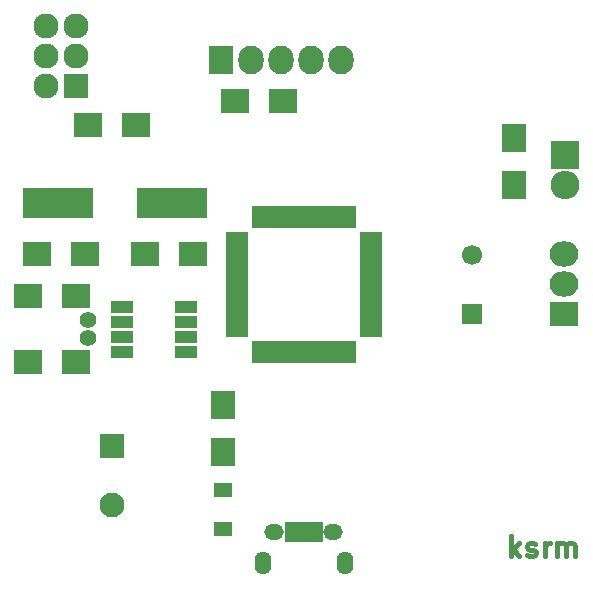
<source format=gbr>
G04 #@! TF.FileFunction,Soldermask,Top*
%FSLAX46Y46*%
G04 Gerber Fmt 4.6, Leading zero omitted, Abs format (unit mm)*
G04 Created by KiCad (PCBNEW 4.0.1-stable) date 02/05/2016 15:03:35*
%MOMM*%
G01*
G04 APERTURE LIST*
%ADD10C,0.100000*%
%ADD11C,0.400000*%
%ADD12R,0.950000X1.900000*%
%ADD13R,1.900000X0.950000*%
%ADD14C,2.100000*%
%ADD15R,2.100000X2.100000*%
%ADD16R,2.127200X2.432000*%
%ADD17O,2.127200X2.432000*%
%ADD18R,2.400000X2.000000*%
%ADD19R,2.127200X2.127200*%
%ADD20O,2.127200X2.127200*%
%ADD21R,0.800000X1.750000*%
%ADD22O,1.650000X1.350000*%
%ADD23O,1.400000X1.950000*%
%ADD24R,2.400000X2.100000*%
%ADD25R,6.000700X2.500580*%
%ADD26R,2.432000X2.127200*%
%ADD27O,2.432000X2.127200*%
%ADD28R,1.950000X1.000000*%
%ADD29C,1.400760*%
%ADD30R,1.700000X1.700000*%
%ADD31C,1.700000*%
%ADD32R,1.620000X1.310000*%
%ADD33R,2.100000X2.400000*%
%ADD34R,2.432000X2.432000*%
%ADD35O,2.432000X2.432000*%
G04 APERTURE END LIST*
D10*
D11*
X142541667Y-128041667D02*
X142541667Y-126291667D01*
X142708333Y-127375000D02*
X143208333Y-128041667D01*
X143208333Y-126875000D02*
X142541667Y-127541667D01*
X143875000Y-127958333D02*
X144041667Y-128041667D01*
X144375000Y-128041667D01*
X144541667Y-127958333D01*
X144625000Y-127791667D01*
X144625000Y-127708333D01*
X144541667Y-127541667D01*
X144375000Y-127458333D01*
X144125000Y-127458333D01*
X143958334Y-127375000D01*
X143875000Y-127208333D01*
X143875000Y-127125000D01*
X143958334Y-126958333D01*
X144125000Y-126875000D01*
X144375000Y-126875000D01*
X144541667Y-126958333D01*
X145375001Y-128041667D02*
X145375001Y-126875000D01*
X145375001Y-127208333D02*
X145458334Y-127041667D01*
X145541667Y-126958333D01*
X145708334Y-126875000D01*
X145875001Y-126875000D01*
X146458334Y-128041667D02*
X146458334Y-126875000D01*
X146458334Y-127041667D02*
X146541667Y-126958333D01*
X146708334Y-126875000D01*
X146958334Y-126875000D01*
X147125000Y-126958333D01*
X147208334Y-127125000D01*
X147208334Y-128041667D01*
X147208334Y-127125000D02*
X147291667Y-126958333D01*
X147458334Y-126875000D01*
X147708334Y-126875000D01*
X147875000Y-126958333D01*
X147958334Y-127125000D01*
X147958334Y-128041667D01*
D12*
X129000000Y-99300000D03*
X128200000Y-99300000D03*
X127400000Y-99300000D03*
X126600000Y-99300000D03*
X125800000Y-99300000D03*
X125000000Y-99300000D03*
X124200000Y-99300000D03*
X123400000Y-99300000D03*
X122600000Y-99300000D03*
X121800000Y-99300000D03*
X121000000Y-99300000D03*
D13*
X119300000Y-101000000D03*
X119300000Y-101800000D03*
X119300000Y-102600000D03*
X119300000Y-103400000D03*
X119300000Y-104200000D03*
X119300000Y-105000000D03*
X119300000Y-105800000D03*
X119300000Y-106600000D03*
X119300000Y-107400000D03*
X119300000Y-108200000D03*
X119300000Y-109000000D03*
D12*
X121000000Y-110700000D03*
X121800000Y-110700000D03*
X122600000Y-110700000D03*
X123400000Y-110700000D03*
X124200000Y-110700000D03*
X125000000Y-110700000D03*
X125800000Y-110700000D03*
X126600000Y-110700000D03*
X127400000Y-110700000D03*
X128200000Y-110700000D03*
X129000000Y-110700000D03*
D13*
X130700000Y-109000000D03*
X130700000Y-108200000D03*
X130700000Y-107400000D03*
X130700000Y-106600000D03*
X130700000Y-105800000D03*
X130700000Y-105000000D03*
X130700000Y-104200000D03*
X130700000Y-103400000D03*
X130700000Y-102600000D03*
X130700000Y-101800000D03*
X130700000Y-101000000D03*
D14*
X108744000Y-123716000D03*
D15*
X108744000Y-118716000D03*
D16*
X118000000Y-86000000D03*
D17*
X120540000Y-86000000D03*
X123080000Y-86000000D03*
X125620000Y-86000000D03*
X128160000Y-86000000D03*
D18*
X106426000Y-102460000D03*
X102426000Y-102460000D03*
X111570000Y-102460000D03*
X115570000Y-102460000D03*
X119190000Y-89506000D03*
X123190000Y-89506000D03*
D19*
X105696000Y-88236000D03*
D20*
X103156000Y-88236000D03*
X105696000Y-85696000D03*
X103156000Y-85696000D03*
X105696000Y-83156000D03*
X103156000Y-83156000D03*
D21*
X123699100Y-125937460D03*
X124349100Y-125937460D03*
X124999100Y-125937460D03*
X125649100Y-125937460D03*
X126299100Y-125937460D03*
D22*
X122499100Y-125937460D03*
X127499100Y-125937460D03*
D23*
X121499100Y-128637460D03*
X128499100Y-128637460D03*
D24*
X106744000Y-91538000D03*
X110744000Y-91538000D03*
D25*
X104149140Y-98142000D03*
X113846860Y-98142000D03*
D26*
X147000000Y-107500000D03*
D27*
X147000000Y-104960000D03*
X147000000Y-102420000D03*
D18*
X105664000Y-106016000D03*
X101664000Y-106016000D03*
X105664000Y-111604000D03*
X101664000Y-111604000D03*
D28*
X109600000Y-106905000D03*
X109600000Y-108175000D03*
X109600000Y-109445000D03*
X109600000Y-110715000D03*
X115000000Y-110715000D03*
X115000000Y-109445000D03*
X115000000Y-108175000D03*
X115000000Y-106905000D03*
D29*
X106712000Y-109559300D03*
X106712000Y-108060700D03*
D30*
X139224000Y-107540000D03*
D31*
X139224000Y-102540000D03*
D32*
X118142000Y-125685000D03*
X118142000Y-122415000D03*
D33*
X118142000Y-115192000D03*
X118142000Y-119192000D03*
D34*
X147098000Y-94078000D03*
D35*
X147098000Y-96618000D03*
D33*
X142780000Y-96586000D03*
X142780000Y-92586000D03*
M02*

</source>
